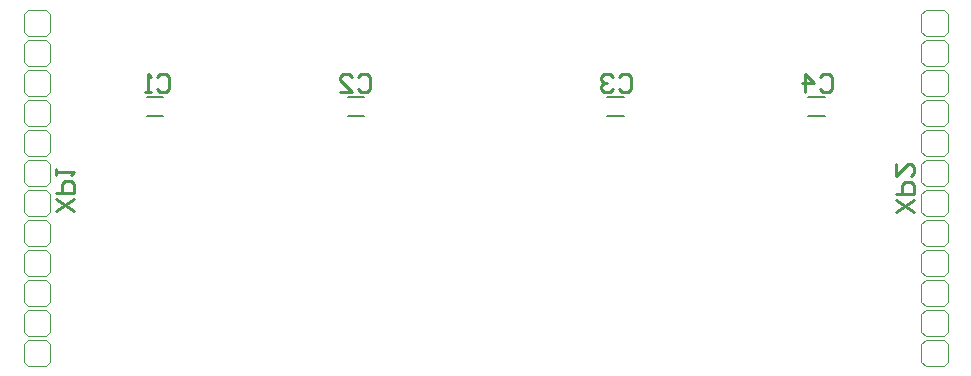
<source format=gbo>
%FSLAX25Y25*%
%MOIN*%
G70*
G01*
G75*
G04 Layer_Color=32896*
%ADD10C,0.01969*%
%ADD11C,0.01575*%
%ADD12C,0.00984*%
%ADD13C,0.01181*%
%ADD14R,0.02953X0.02362*%
%ADD15R,0.07087X0.02756*%
%ADD16R,0.02362X0.02953*%
%ADD17C,0.07874*%
%ADD18C,0.05906*%
%ADD19C,0.03937*%
%ADD20R,0.05906X0.05906*%
%ADD21C,0.03543*%
%ADD22C,0.02362*%
%ADD23C,0.03150*%
%ADD24R,0.03937X0.06890*%
%ADD25C,0.01000*%
%ADD26C,0.01969*%
%ADD27C,0.00787*%
%ADD28C,0.00100*%
%ADD29C,0.00591*%
%ADD30R,0.03753X0.03162*%
%ADD31R,0.07887X0.03556*%
%ADD32R,0.03162X0.03753*%
%ADD33C,0.08674*%
%ADD34C,0.06706*%
%ADD35C,0.04737*%
%ADD36R,0.06706X0.06706*%
%ADD37C,0.04343*%
%ADD38C,0.03162*%
%ADD39R,0.04737X0.07690*%
%ADD40C,0.00394*%
D25*
X111356Y44368D02*
X112355Y45368D01*
X114355D01*
X115354Y44368D01*
Y40370D01*
X114355Y39370D01*
X112355D01*
X111356Y40370D01*
X106357Y39370D02*
Y45368D01*
X109356Y42369D01*
X105358D01*
X-109511Y44368D02*
X-108511Y45368D01*
X-106511D01*
X-105512Y44368D01*
Y40370D01*
X-106511Y39370D01*
X-108511D01*
X-109511Y40370D01*
X-111510Y39370D02*
X-113509D01*
X-112510D01*
Y45368D01*
X-111510Y44368D01*
X-42581D02*
X-41582Y45368D01*
X-39582D01*
X-38583Y44368D01*
Y40370D01*
X-39582Y39370D01*
X-41582D01*
X-42581Y40370D01*
X-48579Y39370D02*
X-44581D01*
X-48579Y43369D01*
Y44368D01*
X-47580Y45368D01*
X-45580D01*
X-44581Y44368D01*
X44427D02*
X45426Y45368D01*
X47425D01*
X48425Y44368D01*
Y40370D01*
X47425Y39370D01*
X45426D01*
X44427Y40370D01*
X42427Y44368D02*
X41427Y45368D01*
X39428D01*
X38428Y44368D01*
Y43369D01*
X39428Y42369D01*
X40428D01*
X39428D01*
X38428Y41369D01*
Y40370D01*
X39428Y39370D01*
X41427D01*
X42427Y40370D01*
X-137309Y-394D02*
X-143307Y3605D01*
X-137309D02*
X-143307Y-394D01*
Y5604D02*
X-137309D01*
Y8603D01*
X-138309Y9603D01*
X-140308D01*
X-141308Y8603D01*
Y5604D01*
X-143307Y11602D02*
Y13602D01*
Y12602D01*
X-137309D01*
X-138309Y11602D01*
X142612Y-787D02*
X136614Y3211D01*
X142612D02*
X136614Y-787D01*
Y5211D02*
X142612D01*
Y8210D01*
X141613Y9209D01*
X139613D01*
X138613Y8210D01*
Y5211D01*
X136614Y15207D02*
Y11209D01*
X140613Y15207D01*
X141613D01*
X142612Y14208D01*
Y12208D01*
X141613Y11209D01*
D27*
X-112992Y37500D02*
X-107480D01*
X-112992Y31398D02*
X-107480D01*
X-46063Y37500D02*
X-40551D01*
X-46063Y31398D02*
X-40551D01*
X40551Y37500D02*
X46063D01*
X40551Y31398D02*
X46063D01*
X107480Y37500D02*
X112992D01*
X107480Y31398D02*
X112992D01*
D40*
X145177Y-44803D02*
X146653Y-43327D01*
X152559D01*
X154035Y-44803D01*
Y-50709D02*
Y-44803D01*
X152559Y-52185D02*
X154035Y-50709D01*
X146653Y-52185D02*
X152559D01*
X145177Y-50709D02*
X146653Y-52185D01*
X145177Y-50709D02*
Y-44803D01*
Y-34803D02*
X146653Y-33327D01*
X152559D01*
X154035Y-34803D01*
Y-40709D02*
Y-34803D01*
X152559Y-42185D02*
X154035Y-40709D01*
X146653Y-42185D02*
X152559D01*
X145177Y-40709D02*
X146653Y-42185D01*
X145177Y-40709D02*
Y-34803D01*
Y-24803D02*
X146653Y-23327D01*
X152559D01*
X154035Y-24803D01*
Y-30709D02*
Y-24803D01*
X152559Y-32185D02*
X154035Y-30709D01*
X146653Y-32185D02*
X152559D01*
X145177Y-30709D02*
X146653Y-32185D01*
X145177Y-30709D02*
Y-24803D01*
Y-14803D02*
X146653Y-13327D01*
X152559D01*
X154035Y-14803D01*
Y-20709D02*
Y-14803D01*
X152559Y-22185D02*
X154035Y-20709D01*
X146653Y-22185D02*
X152559D01*
X145177Y-20709D02*
X146653Y-22185D01*
X145177Y-20709D02*
Y-14803D01*
Y-4803D02*
X146653Y-3327D01*
X152559D01*
X154035Y-4803D01*
Y-10709D02*
Y-4803D01*
X152559Y-12185D02*
X154035Y-10709D01*
X146653Y-12185D02*
X152559D01*
X145177Y-10709D02*
X146653Y-12185D01*
X145177Y-10709D02*
Y-4803D01*
Y29331D02*
Y35236D01*
Y29331D02*
X146653Y27854D01*
X152559D01*
X154035Y29331D01*
Y35236D01*
X152559Y36713D02*
X154035Y35236D01*
X146653Y36713D02*
X152559D01*
X145177Y35236D02*
X146653Y36713D01*
X145177Y25197D02*
X146653Y26673D01*
X152559D01*
X154035Y25197D01*
Y19291D02*
Y25197D01*
X152559Y17815D02*
X154035Y19291D01*
X146653Y17815D02*
X152559D01*
X145177Y19291D02*
X146653Y17815D01*
X145177Y19291D02*
Y25197D01*
Y9291D02*
Y15197D01*
Y9291D02*
X146653Y7815D01*
X152559D01*
X154035Y9291D01*
Y15197D01*
X152559Y16673D02*
X154035Y15197D01*
X146653Y16673D02*
X152559D01*
X145177Y15197D02*
X146653Y16673D01*
X145177Y-709D02*
Y5197D01*
Y-709D02*
X146653Y-2185D01*
X152559D01*
X154035Y-709D01*
Y5197D01*
X152559Y6673D02*
X154035Y5197D01*
X146653Y6673D02*
X152559D01*
X145177Y5197D02*
X146653Y6673D01*
X154035Y39370D02*
Y45276D01*
X152559Y46752D02*
X154035Y45276D01*
X146653Y46752D02*
X152559D01*
X145177Y45276D02*
X146653Y46752D01*
X145177Y39370D02*
Y45276D01*
Y39370D02*
X146653Y37894D01*
X152559D01*
X154035Y39370D01*
Y49370D02*
Y55276D01*
X152559Y56752D02*
X154035Y55276D01*
X146653Y56752D02*
X152559D01*
X145177Y55276D02*
X146653Y56752D01*
X145177Y49370D02*
Y55276D01*
Y49370D02*
X146653Y47894D01*
X152559D01*
X154035Y49370D01*
Y59370D02*
Y65276D01*
X152559Y66752D02*
X154035Y65276D01*
X146653Y66752D02*
X152559D01*
X145177Y65276D02*
X146653Y66752D01*
X145177Y59370D02*
Y65276D01*
Y59370D02*
X146653Y57894D01*
X152559D01*
X154035Y59370D01*
X-154035Y-44803D02*
X-152559Y-43327D01*
X-146653D01*
X-145177Y-44803D01*
Y-50709D02*
Y-44803D01*
X-146653Y-52185D02*
X-145177Y-50709D01*
X-152559Y-52185D02*
X-146653D01*
X-154035Y-50709D02*
X-152559Y-52185D01*
X-154035Y-50709D02*
Y-44803D01*
Y-34803D02*
X-152559Y-33327D01*
X-146653D01*
X-145177Y-34803D01*
Y-40709D02*
Y-34803D01*
X-146653Y-42185D02*
X-145177Y-40709D01*
X-152559Y-42185D02*
X-146653D01*
X-154035Y-40709D02*
X-152559Y-42185D01*
X-154035Y-40709D02*
Y-34803D01*
Y-24803D02*
X-152559Y-23327D01*
X-146653D01*
X-145177Y-24803D01*
Y-30709D02*
Y-24803D01*
X-146653Y-32185D02*
X-145177Y-30709D01*
X-152559Y-32185D02*
X-146653D01*
X-154035Y-30709D02*
X-152559Y-32185D01*
X-154035Y-30709D02*
Y-24803D01*
Y-14803D02*
X-152559Y-13327D01*
X-146653D01*
X-145177Y-14803D01*
Y-20709D02*
Y-14803D01*
X-146653Y-22185D02*
X-145177Y-20709D01*
X-152559Y-22185D02*
X-146653D01*
X-154035Y-20709D02*
X-152559Y-22185D01*
X-154035Y-20709D02*
Y-14803D01*
Y-4803D02*
X-152559Y-3327D01*
X-146653D01*
X-145177Y-4803D01*
Y-10709D02*
Y-4803D01*
X-146653Y-12185D02*
X-145177Y-10709D01*
X-152559Y-12185D02*
X-146653D01*
X-154035Y-10709D02*
X-152559Y-12185D01*
X-154035Y-10709D02*
Y-4803D01*
Y29331D02*
Y35236D01*
Y29331D02*
X-152559Y27854D01*
X-146653D01*
X-145177Y29331D01*
Y35236D01*
X-146653Y36713D02*
X-145177Y35236D01*
X-152559Y36713D02*
X-146653D01*
X-154035Y35236D02*
X-152559Y36713D01*
X-154035Y25197D02*
X-152559Y26673D01*
X-146653D01*
X-145177Y25197D01*
Y19291D02*
Y25197D01*
X-146653Y17815D02*
X-145177Y19291D01*
X-152559Y17815D02*
X-146653D01*
X-154035Y19291D02*
X-152559Y17815D01*
X-154035Y19291D02*
Y25197D01*
Y9291D02*
Y15197D01*
Y9291D02*
X-152559Y7815D01*
X-146653D01*
X-145177Y9291D01*
Y15197D01*
X-146653Y16673D02*
X-145177Y15197D01*
X-152559Y16673D02*
X-146653D01*
X-154035Y15197D02*
X-152559Y16673D01*
X-154035Y-709D02*
Y5197D01*
Y-709D02*
X-152559Y-2185D01*
X-146653D01*
X-145177Y-709D01*
Y5197D01*
X-146653Y6673D02*
X-145177Y5197D01*
X-152559Y6673D02*
X-146653D01*
X-154035Y5197D02*
X-152559Y6673D01*
X-145177Y39370D02*
Y45276D01*
X-146653Y46752D02*
X-145177Y45276D01*
X-152559Y46752D02*
X-146653D01*
X-154035Y45276D02*
X-152559Y46752D01*
X-154035Y39370D02*
Y45276D01*
Y39370D02*
X-152559Y37894D01*
X-146653D01*
X-145177Y39370D01*
Y49370D02*
Y55276D01*
X-146653Y56752D02*
X-145177Y55276D01*
X-152559Y56752D02*
X-146653D01*
X-154035Y55276D02*
X-152559Y56752D01*
X-154035Y49370D02*
Y55276D01*
Y49370D02*
X-152559Y47894D01*
X-146653D01*
X-145177Y49370D01*
Y59370D02*
Y65276D01*
X-146653Y66752D02*
X-145177Y65276D01*
X-152559Y66752D02*
X-146653D01*
X-154035Y65276D02*
X-152559Y66752D01*
X-154035Y59370D02*
Y65276D01*
Y59370D02*
X-152559Y57894D01*
X-146653D01*
X-145177Y59370D01*
M02*

</source>
